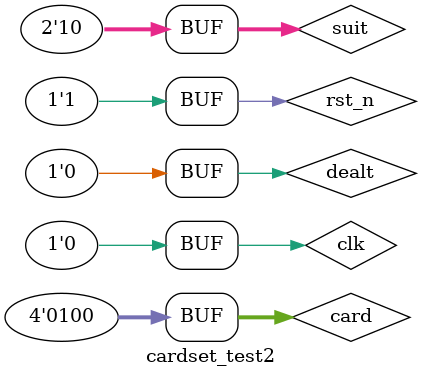
<source format=v>
`timescale 1ns / 1ps


module cardset_test2;

	// Inputs
	reg clk;
	reg rst_n;
	reg dealt;
	reg [3:0] card;
	reg [1:0] suit;

	// Outputs
	wire [3:0] card1;
	wire [3:0] card2;
	wire [3:0] card3;
	wire [3:0] card4;
	wire [3:0] card5;
	wire [1:0] suit1;
	wire [1:0] suit2;
	wire [1:0] suit3;
	wire [1:0] suit4;
	wire [1:0] suit5;
	wire [4:0] value;
	wire busted;

	// Instantiate the Unit Under Test (UUT)
	cardset uut (
		.clk(clk), 
		.rst_n(rst_n), 
		.dealt(dealt), 
		.card(card), 
		.suit(suit), 
		.card1(card1), 
		.card2(card2), 
		.card3(card3), 
		.card4(card4), 
		.card5(card5), 
		.suit1(suit1), 
		.suit2(suit2), 
		.suit3(suit3), 
		.suit4(suit4), 
		.suit5(suit5), 
		.value(value), 
		.busted(busted)
	);

	initial begin
		// Initialize Inputs
		clk = 0;
		rst_n = 0;
		dealt = 0;
		card = 0;
		suit = 0;

		// Wait 100 ns for global reset to finish
		#100;
        
		// Add stimulus here
		
		rst_n = 1;
		
		repeat(50)
			#1 clk = ~clk;
		dealt = 1;
		card = 4'd12;
		suit = 2'd1;
		repeat(20)
			#1 clk = ~clk;
		dealt = 0;
		
		repeat(50)
			#1 clk = ~clk;
		dealt = 1;
		card = 4'd8;
		suit = 2'd3;
		repeat(20)
			#1 clk = ~clk;
		dealt = 0;
		
		repeat(50)
			#1 clk = ~clk;
		dealt = 1;
		card = 4'd4;
		suit = 2'd2;
		repeat(20)
			#1 clk = ~clk;
		dealt = 0;

	end
      
endmodule


</source>
